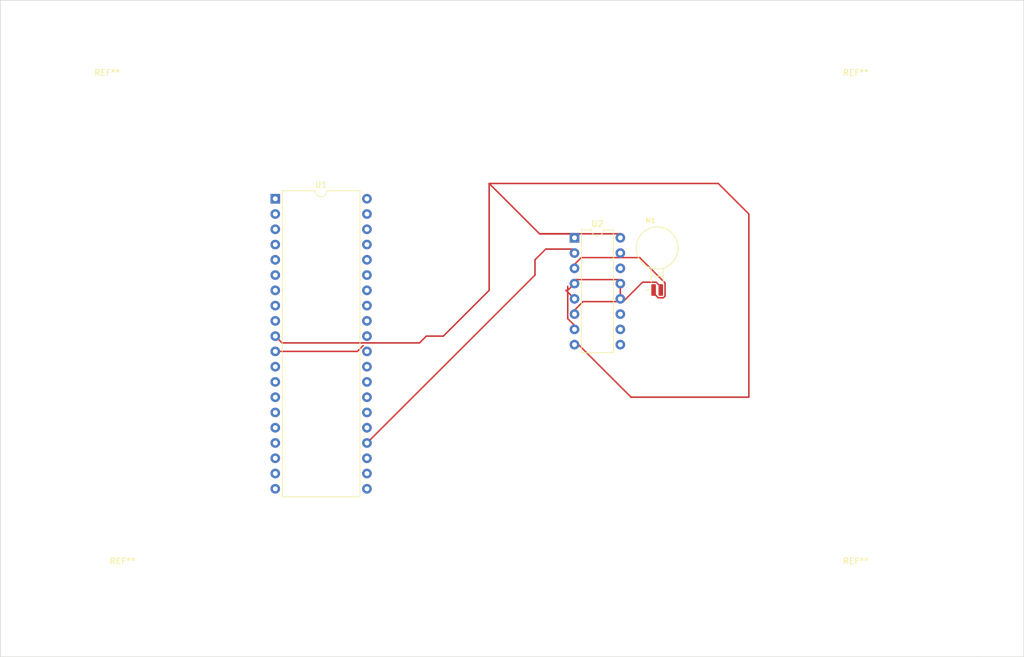
<source format=kicad_pcb>
(kicad_pcb (version 20211014) (generator pcbnew)
  (layers (0 "F.Cu" signal) (31 "B.Cu" signal) (34 "B.Paste" user) (35 "F.Paste" user) (36 "B.SilkS" user "B.Silkscreen") (37 "F.SilkS" user "F.Silkscreen") (38 "B.Mask" user) (39 "F.Mask" user) (44 "Edge.Cuts" user))
  (net 0 "")
  (net 1 "Net-(M1-Pad1)")
  (net 2 "Net-(M1-Pad2)")
  (net 12 "VCC")
  (net 13 "Net-(U1-Pad11)")
  (net 26 "Net-(U1-Pad24)")
  (net 42 "GND")
  (footprint "Package_DIP:DIP-40_W15.24mm" (layer "F.Cu") (at 78.74 83.82)
    (fp_text reference "U1" (at 7.62 -2.33) (layer "F.SilkS"))
    (fp_text value "ATmega32A-P")
    (fp_line (start 1.16 -1.33) (end 1.16 49.59) (layer "F.SilkS") (width 0.12))
    (fp_line (start 14.08 49.59) (end 14.08 -1.33) (layer "F.SilkS") (width 0.12))
    (fp_line (start 1.16 49.59) (end 14.08 49.59) (layer "F.SilkS") (width 0.12))
    (fp_line (start 6.62 -1.33) (end 1.16 -1.33) (layer "F.SilkS") (width 0.12))
    (fp_line (start 14.08 -1.33) (end 8.62 -1.33) (layer "F.SilkS") (width 0.12))
    (fp_arc (start 8.62 -1.33) (mid 7.62 -0.33) (end 6.62 -1.33) (layer "F.SilkS") (width 0.12))
    (pad "1" thru_hole rect (at 0 0) (size 1.6 1.6) (drill 0.8) (layers *.Cu *.Mask))
    (pad "2" thru_hole oval (at 0 2.54) (size 1.6 1.6) (drill 0.8) (layers *.Cu *.Mask))
    (pad "3" thru_hole oval (at 0 5.08) (size 1.6 1.6) (drill 0.8) (layers *.Cu *.Mask))
    (pad "4" thru_hole oval (at 0 7.62) (size 1.6 1.6) (drill 0.8) (layers *.Cu *.Mask))
    (pad "5" thru_hole oval (at 0 10.16) (size 1.6 1.6) (drill 0.8) (layers *.Cu *.Mask))
    (pad "6" thru_hole oval (at 0 12.7) (size 1.6 1.6) (drill 0.8) (layers *.Cu *.Mask))
    (pad "7" thru_hole oval (at 0 15.24) (size 1.6 1.6) (drill 0.8) (layers *.Cu *.Mask))
    (pad "8" thru_hole oval (at 0 17.78) (size 1.6 1.6) (drill 0.8) (layers *.Cu *.Mask))
    (pad "9" thru_hole oval (at 0 20.32) (size 1.6 1.6) (drill 0.8) (layers *.Cu *.Mask))
    (pad "10" thru_hole oval (at 0 22.86) (size 1.6 1.6) (drill 0.8) (layers *.Cu *.Mask) (net 12 "VCC"))
    (pad "11" thru_hole oval (at 0 25.4) (size 1.6 1.6) (drill 0.8) (layers *.Cu *.Mask) (net 13 "Net-(U1-Pad11)"))
    (pad "12" thru_hole oval (at 0 27.94) (size 1.6 1.6) (drill 0.8) (layers *.Cu *.Mask))
    (pad "13" thru_hole oval (at 0 30.48) (size 1.6 1.6) (drill 0.8) (layers *.Cu *.Mask))
    (pad "14" thru_hole oval (at 0 33.02) (size 1.6 1.6) (drill 0.8) (layers *.Cu *.Mask))
    (pad "15" thru_hole oval (at 0 35.56) (size 1.6 1.6) (drill 0.8) (layers *.Cu *.Mask))
    (pad "16" thru_hole oval (at 0 38.1) (size 1.6 1.6) (drill 0.8) (layers *.Cu *.Mask))
    (pad "17" thru_hole oval (at 0 40.64) (size 1.6 1.6) (drill 0.8) (layers *.Cu *.Mask))
    (pad "18" thru_hole oval (at 0 43.18) (size 1.6 1.6) (drill 0.8) (layers *.Cu *.Mask))
    (pad "19" thru_hole oval (at 0 45.72) (size 1.6 1.6) (drill 0.8) (layers *.Cu *.Mask))
    (pad "20" thru_hole oval (at 0 48.26) (size 1.6 1.6) (drill 0.8) (layers *.Cu *.Mask))
    (pad "21" thru_hole oval (at 15.24 48.26) (size 1.6 1.6) (drill 0.8) (layers *.Cu *.Mask))
    (pad "22" thru_hole oval (at 15.24 45.72) (size 1.6 1.6) (drill 0.8) (layers *.Cu *.Mask))
    (pad "23" thru_hole oval (at 15.24 43.18) (size 1.6 1.6) (drill 0.8) (layers *.Cu *.Mask))
    (pad "24" thru_hole oval (at 15.24 40.64) (size 1.6 1.6) (drill 0.8) (layers *.Cu *.Mask) (net 26 "Net-(U1-Pad24)"))
    (pad "25" thru_hole oval (at 15.24 38.1) (size 1.6 1.6) (drill 0.8) (layers *.Cu *.Mask))
    (pad "26" thru_hole oval (at 15.24 35.56) (size 1.6 1.6) (drill 0.8) (layers *.Cu *.Mask))
    (pad "27" thru_hole oval (at 15.24 33.02) (size 1.6 1.6) (drill 0.8) (layers *.Cu *.Mask))
    (pad "28" thru_hole oval (at 15.24 30.48) (size 1.6 1.6) (drill 0.8) (layers *.Cu *.Mask))
    (pad "29" thru_hole oval (at 15.24 27.94) (size 1.6 1.6) (drill 0.8) (layers *.Cu *.Mask))
    (pad "30" thru_hole oval (at 15.24 25.4) (size 1.6 1.6) (drill 0.8) (layers *.Cu *.Mask))
    (pad "31" thru_hole oval (at 15.24 22.86) (size 1.6 1.6) (drill 0.8) (layers *.Cu *.Mask) (net 13 "Net-(U1-Pad11)"))
    (pad "32" thru_hole oval (at 15.24 20.32) (size 1.6 1.6) (drill 0.8) (layers *.Cu *.Mask))
    (pad "33" thru_hole oval (at 15.24 17.78) (size 1.6 1.6) (drill 0.8) (layers *.Cu *.Mask))
    (pad "34" thru_hole oval (at 15.24 15.24) (size 1.6 1.6) (drill 0.8) (layers *.Cu *.Mask))
    (pad "35" thru_hole oval (at 15.24 12.7) (size 1.6 1.6) (drill 0.8) (layers *.Cu *.Mask))
    (pad "36" thru_hole oval (at 15.24 10.16) (size 1.6 1.6) (drill 0.8) (layers *.Cu *.Mask))
    (pad "37" thru_hole oval (at 15.24 7.62) (size 1.6 1.6) (drill 0.8) (layers *.Cu *.Mask))
    (pad "38" thru_hole oval (at 15.24 5.08) (size 1.6 1.6) (drill 0.8) (layers *.Cu *.Mask))
    (pad "39" thru_hole oval (at 15.24 2.54) (size 1.6 1.6) (drill 0.8) (layers *.Cu *.Mask))
    (pad "40" thru_hole oval (at 15.24 0) (size 1.6 1.6) (drill 0.8) (layers *.Cu *.Mask))
  )
  (footprint "MountingHole:MountingHole_2.2mm_M2" (layer "F.Cu") (at 175.26 66.04)
    (fp_text reference "REF**" (at 0 -3.2) (layer "F.SilkS"))
    (fp_text value "MountingHole_2.2mm_M2")
    (pad "" np_thru_hole circle (at 0 0) (size 2.2 2.2) (drill 2.2) (layers *.Cu *.Mask))
  )
  (footprint "Package_DIP:DIP-16_W7.62mm" (layer "F.Cu") (at 128.49 90.315489)
    (fp_text reference "U2" (at 3.81 -2.33) (layer "F.SilkS"))
    (fp_text value "L293D")
    (fp_line (start 1.16 19.11) (end 6.46 19.11) (layer "F.SilkS") (width 0.12))
    (fp_line (start 6.46 -1.33) (end 4.81 -1.33) (layer "F.SilkS") (width 0.12))
    (fp_line (start 6.46 19.11) (end 6.46 -1.33) (layer "F.SilkS") (width 0.12))
    (fp_line (start 1.16 -1.33) (end 1.16 19.11) (layer "F.SilkS") (width 0.12))
    (fp_line (start 2.81 -1.33) (end 1.16 -1.33) (layer "F.SilkS") (width 0.12))
    (fp_arc (start 4.81 -1.33) (mid 3.81 -0.33) (end 2.81 -1.33) (layer "F.SilkS") (width 0.12))
    (pad "1" thru_hole rect (at 0 0) (size 1.6 1.6) (drill 0.8) (layers *.Cu *.Mask) (net 12 "VCC"))
    (pad "2" thru_hole oval (at 0 2.54) (size 1.6 1.6) (drill 0.8) (layers *.Cu *.Mask) (net 26 "Net-(U1-Pad24)"))
    (pad "3" thru_hole oval (at 0 5.08) (size 1.6 1.6) (drill 0.8) (layers *.Cu *.Mask) (net 1 "Net-(M1-Pad1)"))
    (pad "4" thru_hole oval (at 0 7.62) (size 1.6 1.6) (drill 0.8) (layers *.Cu *.Mask) (net 42 "GND"))
    (pad "5" thru_hole oval (at 0 10.16) (size 1.6 1.6) (drill 0.8) (layers *.Cu *.Mask) (net 42 "GND"))
    (pad "6" thru_hole oval (at 0 12.7) (size 1.6 1.6) (drill 0.8) (layers *.Cu *.Mask) (net 2 "Net-(M1-Pad2)"))
    (pad "7" thru_hole oval (at 0 15.24) (size 1.6 1.6) (drill 0.8) (layers *.Cu *.Mask) (net 42 "GND"))
    (pad "8" thru_hole oval (at 0 17.78) (size 1.6 1.6) (drill 0.8) (layers *.Cu *.Mask) (net 12 "VCC"))
    (pad "9" thru_hole oval (at 7.62 17.78) (size 1.6 1.6) (drill 0.8) (layers *.Cu *.Mask))
    (pad "10" thru_hole oval (at 7.62 15.24) (size 1.6 1.6) (drill 0.8) (layers *.Cu *.Mask))
    (pad "11" thru_hole oval (at 7.62 12.7) (size 1.6 1.6) (drill 0.8) (layers *.Cu *.Mask))
    (pad "12" thru_hole oval (at 7.62 10.16) (size 1.6 1.6) (drill 0.8) (layers *.Cu *.Mask) (net 42 "GND"))
    (pad "13" thru_hole oval (at 7.62 7.62) (size 1.6 1.6) (drill 0.8) (layers *.Cu *.Mask) (net 42 "GND"))
    (pad "14" thru_hole oval (at 7.62 5.08) (size 1.6 1.6) (drill 0.8) (layers *.Cu *.Mask))
    (pad "15" thru_hole oval (at 7.62 2.54) (size 1.6 1.6) (drill 0.8) (layers *.Cu *.Mask))
    (pad "16" thru_hole oval (at 7.62 0) (size 1.6 1.6) (drill 0.8) (layers *.Cu *.Mask) (net 12 "VCC"))
  )
  (footprint "MountingHole:MountingHole_2.2mm_M2" (layer "F.Cu") (at 50.8 66.04)
    (fp_text reference "REF**" (at 0 -3.2) (layer "F.SilkS"))
    (fp_text value "MountingHole_2.2mm_M2")
    (pad "" np_thru_hole circle (at 0 0) (size 2.2 2.2) (drill 2.2) (layers *.Cu *.Mask))
  )
  (footprint "C0720B001F:XDCR_C0720B001F" (layer "F.Cu") (at 142.24 93.98)
    (fp_text reference "M1" (at -1.10326 -6.51915) (layer "F.SilkS") (effects (font (size 0.789717 0.789717))))
    (fp_text value "Motor_DC")
    (fp_line (start -1 2.73) (end 1 2.73) (layer "F.SilkS") (width 0.127))
    (fp_line (start -1 3.725) (end -1 2.73) (layer "F.SilkS") (width 0.127))
    (fp_line (start -1 2.73) (end -1 1.425) (layer "F.SilkS") (width 0.127))
    (fp_line (start 1 3.725) (end 1 2.73) (layer "F.SilkS") (width 0.127))
    (fp_line (start 1 2.73) (end 1 1.425) (layer "F.SilkS") (width 0.127))
    (fp_circle (center 0 -1.97) (end 3.5 -1.97) (layer "F.SilkS") (width 0.127) (fill none))
    (fp_circle (center -1.6 5) (end -1.5 5) (layer "F.SilkS") (width 0.2) (fill none))
    (pad "1" smd roundrect locked (at -0.6 5.02 270) (size 1.94 0.76) (layers "F.Cu" "F.Paste" "F.Mask") (roundrect_rratio 0.19) (net 1 "Net-(M1-Pad1)"))
    (pad "2" smd roundrect locked (at 0.6 5.02 270) (size 1.94 0.76) (layers "F.Cu" "F.Paste" "F.Mask") (roundrect_rratio 0.19) (net 2 "Net-(M1-Pad2)"))
  )
  (footprint "MountingHole:MountingHole_2.2mm_M2" (layer "F.Cu") (at 175.26 147.32)
    (fp_text reference "REF**" (at 0 -3.2) (layer "F.SilkS"))
    (fp_text value "MountingHole_2.2mm_M2")
    (pad "" np_thru_hole circle (at 0 0) (size 2.2 2.2) (drill 2.2) (layers *.Cu *.Mask))
  )
  (footprint "MountingHole:MountingHole_2.2mm_M2" (layer "F.Cu") (at 53.34 147.32)
    (fp_text reference "REF**" (at 0 -3.2) (layer "F.SilkS"))
    (fp_text value "MountingHole_2.2mm_M2")
    (pad "" np_thru_hole circle (at 0 0) (size 2.2 2.2) (drill 2.2) (layers *.Cu *.Mask))
  )
  (gr_line (start 203.2 160.02) (end 203.2 50.8) (layer "Edge.Cuts") (width 0.1))
  (gr_line (start 203.2 50.8) (end 33.02 50.8) (layer "Edge.Cuts") (width 0.1))
  (gr_line (start 195.58 160.02) (end 203.2 160.02) (layer "Edge.Cuts") (width 0.1))
  (gr_line (start 33.02 50.8) (end 33.02 160.02) (layer "Edge.Cuts") (width 0.1))
  (gr_line (start 33.02 160.02) (end 195.58 160.02) (layer "Edge.Cuts") (width 0.1))
  (segment (start 141.64 99.524353) (end 142.410167 100.29452) (width 0.25) (layer "F.Cu") (net 1))
  (segment (start 129.614511 93.610489) (end 128.49 94.735) (width 0.25) (layer "F.Cu") (net 1))
  (segment (start 143.54452 100.019833) (end 143.54452 97.82452) (width 0.25) (layer "F.Cu") (net 1))
  (segment (start 139.330489 93.610489) (end 129.614511 93.610489) (width 0.25) (layer "F.Cu") (net 1))
  (segment (start 141.64 99) (end 141.64 99.524353) (width 0.25) (layer "F.Cu") (net 1))
  (segment (start 143.54452 97.82452) (end 139.330489 93.610489) (width 0.25) (layer "F.Cu") (net 1))
  (segment (start 143.269833 100.29452) (end 143.54452 100.019833) (width 0.25) (layer "F.Cu") (net 1))
  (segment (start 142.410167 100.29452) (end 143.269833 100.29452) (width 0.25) (layer "F.Cu") (net 1))
  (segment (start 139.80982 97.70548) (end 136.575789 100.939511) (width 0.25) (layer "F.Cu") (net 2))
  (segment (start 142.84 98.475647) (end 142.069833 97.70548) (width 0.25) (layer "F.Cu") (net 2))
  (segment (start 136.575789 100.939511) (end 129.905489 100.939511) (width 0.25) (layer "F.Cu") (net 2))
  (segment (start 129.905489 100.939511) (end 128.49 102.355) (width 0.25) (layer "F.Cu") (net 2))
  (segment (start 142.84 99) (end 142.84 98.475647) (width 0.25) (layer "F.Cu") (net 2))
  (segment (start 142.069833 97.70548) (end 139.80982 97.70548) (width 0.25) (layer "F.Cu") (net 2))
  (segment (start 102.724511 107.804511) (end 103.849022 106.68) (width 0.25) (layer "F.Cu") (net 12))
  (segment (start 152.4 81.28) (end 157.48 86.36) (width 0.25) (layer "F.Cu") (net 12))
  (segment (start 79.864511 107.804511) (end 102.724511 107.804511) (width 0.25) (layer "F.Cu") (net 12))
  (segment (start 122.675 89.655) (end 136.11 89.655) (width 0.25) (layer "F.Cu") (net 12))
  (segment (start 114.3 81.28) (end 122.675 89.655) (width 0.25) (layer "F.Cu") (net 12))
  (segment (start 114.3 99.06) (end 114.3 81.28) (width 0.25) (layer "F.Cu") (net 12))
  (segment (start 157.48 86.36) (end 157.48 116.84) (width 0.25) (layer "F.Cu") (net 12))
  (segment (start 114.3 81.28) (end 152.4 81.28) (width 0.25) (layer "F.Cu") (net 12))
  (segment (start 157.48 116.84) (end 137.895 116.84) (width 0.25) (layer "F.Cu") (net 12))
  (segment (start 128.49 89.655) (end 122.675 89.655) (width 0.25) (layer "F.Cu") (net 12))
  (segment (start 103.849022 106.68) (end 106.68 106.68) (width 0.25) (layer "F.Cu") (net 12))
  (segment (start 78.74 106.68) (end 79.864511 107.804511) (width 0.25) (layer "F.Cu") (net 12))
  (segment (start 106.68 106.68) (end 114.3 99.06) (width 0.25) (layer "F.Cu") (net 12))
  (segment (start 137.895 116.84) (end 128.49 107.435) (width 0.25) (layer "F.Cu") (net 12))
  (segment (start 92.3897 109.22) (end 93.355669 108.254031) (width 0.25) (layer "F.Cu") (net 13))
  (segment (start 78.74 109.22) (end 92.3897 109.22) (width 0.25) (layer "F.Cu") (net 13))
  (segment (start 123.705 92.195) (end 128.49 92.195) (width 0.25) (layer "F.Cu") (net 26))
  (segment (start 93.98 124.46) (end 121.92 96.52) (width 0.25) (layer "F.Cu") (net 26))
  (segment (start 121.92 93.98) (end 123.705 92.195) (width 0.25) (layer "F.Cu") (net 26))
  (segment (start 121.92 96.52) (end 121.92 93.98) (width 0.25) (layer "F.Cu") (net 26))
  (segment (start 136.11 97.275) (end 128.49 97.275) (width 0.25) (layer "F.Cu") (net 42))
  (segment (start 127.365489 99.06) (end 128.49 97.935489) (width 0.25) (layer "F.Cu") (net 42))
  (segment (start 128.49 100.475489) (end 127.074511 99.06) (width 0.25) (layer "F.Cu") (net 42))
  (segment (start 127.074511 99.06) (end 127.365489 99.06) (width 0.25) (layer "F.Cu") (net 42))
  (segment (start 136.11 99.815) (end 136.11 97.275) (width 0.25) (layer "F.Cu") (net 42))
  (segment (start 127.365489 103.770489) (end 128.49 104.895) (width 0.25) (layer "F.Cu") (net 42))
  (segment (start 127.365489 98.399511) (end 127.365489 103.770489) (width 0.25) (layer "F.Cu") (net 42))
)
</source>
